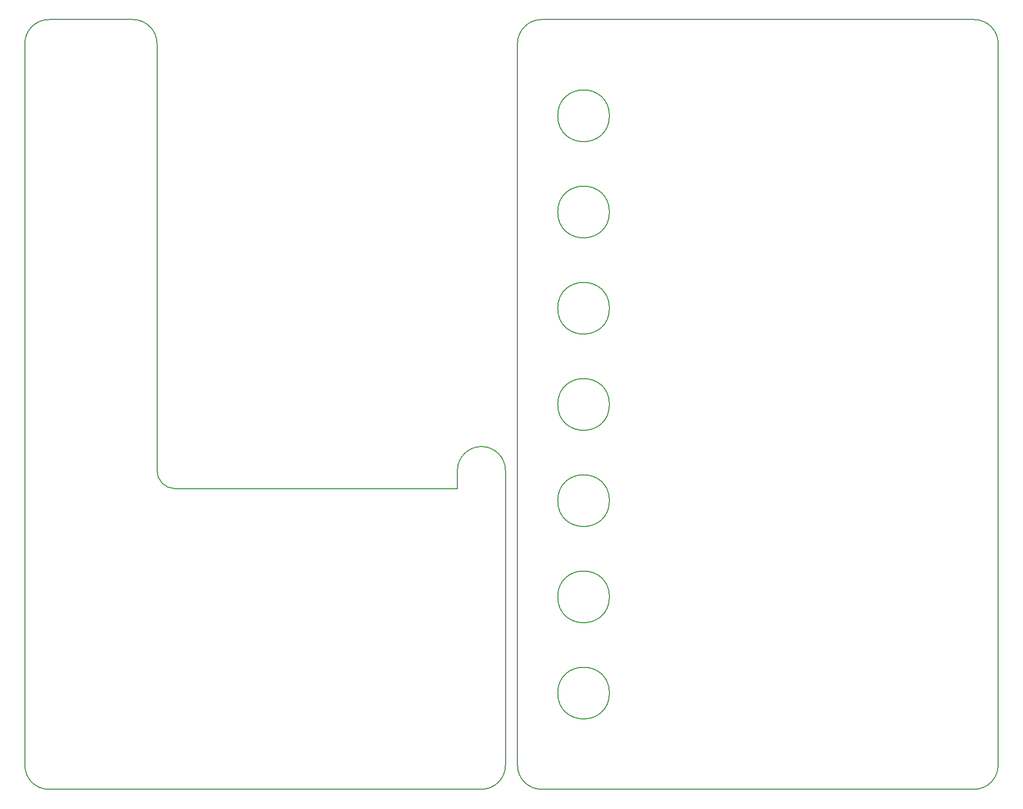
<source format=gbr>
G04 #@! TF.GenerationSoftware,KiCad,Pcbnew,(5.0.1-3-g963ef8bb5)*
G04 #@! TF.CreationDate,2021-04-06T11:18:42+02:00*
G04 #@! TF.ProjectId,foodSampler_v20,666F6F6453616D706C65725F7632302E,rev?*
G04 #@! TF.SameCoordinates,Original*
G04 #@! TF.FileFunction,Profile,NP*
%FSLAX46Y46*%
G04 Gerber Fmt 4.6, Leading zero omitted, Abs format (unit mm)*
G04 Created by KiCad (PCBNEW (5.0.1-3-g963ef8bb5)) date 2021 April 06, Tuesday 11:18:42*
%MOMM*%
%LPD*%
G01*
G04 APERTURE LIST*
%ADD10C,0.150000*%
G04 APERTURE END LIST*
D10*
X123300000Y-47000000D02*
G75*
G03X123300000Y-47000000I-4300000J0D01*
G01*
X123300000Y-79000000D02*
G75*
G03X123300000Y-79000000I-4300000J0D01*
G01*
X123300000Y-63000000D02*
G75*
G03X123300000Y-63000000I-4300000J0D01*
G01*
X123300000Y-95000000D02*
G75*
G03X123300000Y-95000000I-4300000J0D01*
G01*
X123300000Y-111000000D02*
G75*
G03X123300000Y-111000000I-4300000J0D01*
G01*
X123300000Y-127000000D02*
G75*
G03X123300000Y-127000000I-4300000J0D01*
G01*
X123300000Y-143000000D02*
G75*
G03X123300000Y-143000000I-4300000J0D01*
G01*
X184000000Y-31000000D02*
G75*
G02X188000000Y-35000000I0J-4000000D01*
G01*
X108000000Y-35000000D02*
G75*
G02X112000000Y-31000000I4000000J0D01*
G01*
X188000000Y-155000000D02*
G75*
G02X184000000Y-159000000I-4000000J0D01*
G01*
X112000000Y-159000000D02*
G75*
G02X108000000Y-155000000I0J4000000D01*
G01*
X184000000Y-159000000D02*
X112000000Y-159000000D01*
X188000000Y-35000000D02*
X188000000Y-155000000D01*
X112000000Y-31000000D02*
X184000000Y-31000000D01*
X108000000Y-155000000D02*
X108000000Y-35000000D01*
X44000000Y-31000000D02*
G75*
G02X48000000Y-35000000I0J-4000000D01*
G01*
X98000000Y-106000000D02*
G75*
G02X102000000Y-102000000I4000000J0D01*
G01*
X102000000Y-102000000D02*
G75*
G02X106000000Y-106000000I0J-4000000D01*
G01*
X51000000Y-109000000D02*
G75*
G02X48000000Y-106000000I0J3000000D01*
G01*
X98000000Y-109000000D02*
X98000000Y-106000000D01*
X69000000Y-109000000D02*
X98000000Y-109000000D01*
X66000000Y-109000000D02*
X69000000Y-109000000D01*
X51000000Y-109000000D02*
X66000000Y-109000000D01*
X48000000Y-102000000D02*
X48000000Y-106000000D01*
X30000000Y-159000000D02*
G75*
G02X26000000Y-155000000I0J4000000D01*
G01*
X26000000Y-35000000D02*
G75*
G02X30000000Y-31000000I4000000J0D01*
G01*
X106000000Y-155000000D02*
G75*
G02X102000000Y-159000000I-4000000J0D01*
G01*
X26000000Y-155000000D02*
X26000000Y-35000000D01*
X102000000Y-159000000D02*
X30000000Y-159000000D01*
X106000000Y-106000000D02*
X106000000Y-155000000D01*
X48000000Y-35000000D02*
X48000000Y-102000000D01*
X30000000Y-31000000D02*
X44000000Y-31000000D01*
M02*

</source>
